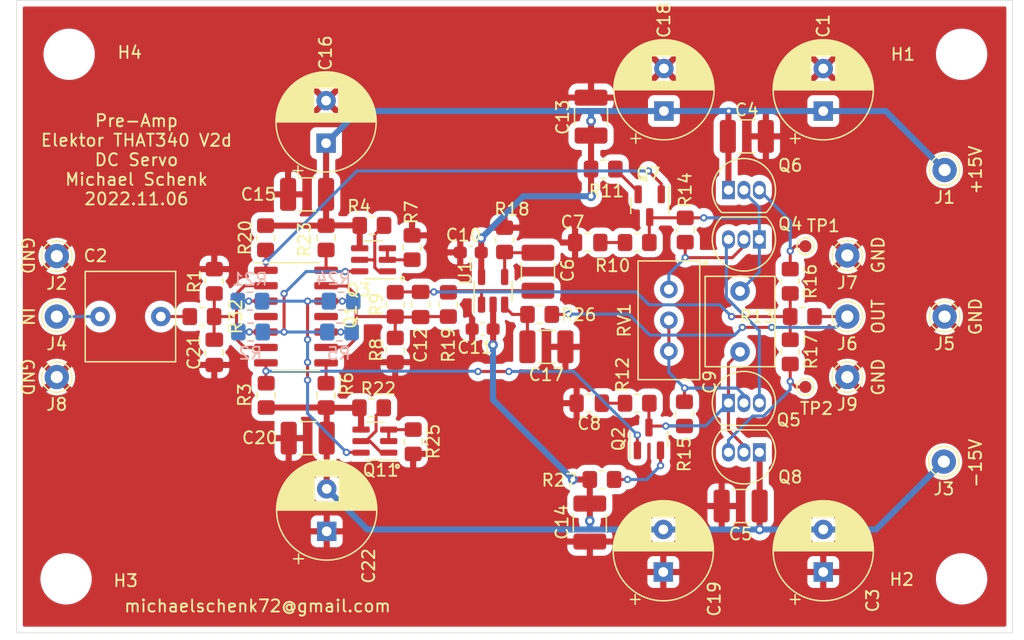
<source format=kicad_pcb>
(kicad_pcb (version 20211014) (generator pcbnew)
  (layers (0 "F.Cu" signal) (31 "B.Cu" signal) (34 "B.Paste" user) (35 "F.Paste" user) (36 "B.SilkS" user "B.Silkscreen") (37 "F.SilkS" user "F.Silkscreen") (38 "B.Mask" user) (39 "F.Mask" user) (44 "Edge.Cuts" user))
  (net 0 "")
  (net 1 "GND")
  (net 2 "+15V")
  (net 3 "Net-(C2-Pad2)")
  (net 4 "Net-(C2-Pad1)")
  (net 5 "-15V")
  (net 6 "Net-(C7-Pad2)")
  (net 7 "Net-(Q2-Pad2)")
  (net 8 "Net-(Q7-Pad2)")
  (net 9 "Net-(C12-Pad2)")
  (net 10 "Net-(C12-Pad1)")
  (net 11 "Net-(Q11-Pad1)")
  (net 12 "Net-(Q11-Pad6)")
  (net 13 "Net-(Q11-Pad2)")
  (net 14 "Net-(Q7-Pad1)")
  (net 15 "Net-(R21-Pad1)")
  (net 16 "Net-(R2-Pad2)")
  (net 17 "Net-(Q3-Pad6)")
  (net 18 "Net-(Q3-Pad1)")
  (net 19 "Net-(Q3-Pad2)")
  (net 20 "Net-(C8-Pad1)")
  (net 21 "Net-(C9-Pad2)")
  (net 22 "Net-(C9-Pad1)")
  (net 23 "Net-(Q4-Pad3)")
  (net 24 "Net-(Q4-Pad2)")
  (net 25 "Net-(Q5-Pad2)")
  (net 26 "Net-(Q6-Pad3)")
  (net 27 "Net-(Q2-Pad1)")
  (net 28 "Net-(Q8-Pad3)")
  (net 29 "Net-(C21-Pad2)")
  (net 30 "Net-(C6-Pad2)")
  (net 31 "DCSERVO_OUT")
  (net 32 "Net-(C17-Pad2)")
  (net 33 "DCSERVO_IN")
  (net 34 "Net-(R6-Pad1)")
  (net 35 "Net-(R5-Pad2)")
  (net 36 "Net-(R24-Pad1)")
  (net 37 "Net-(R23-Pad2)")
  (footprint "Capacitor_THT:CP_Radial_D8.0mm_P3.50mm" (layer "F.Cu") (at 188.2648 105.0036 90)
    (fp_text reference "C1")
    (fp_text value "220uF")
  )
  (footprint "Capacitor_THT:C_Rect_L7.2mm_W7.2mm_P5.00mm_FKS2_FKP2_MKS2_MKP2" (layer "F.Cu") (at 133.778 121.92 180)
    (fp_text reference "C2")
    (fp_text value "3.3uF")
  )
  (footprint "Capacitor_SMD:C_1210_3225Metric_Pad1.33x2.70mm_HandSolder" (layer "F.Cu") (at 181.4699 137.5156 180)
    (fp_text reference "C5")
    (fp_text value "100nF")
  )
  (footprint "Connector_Pin:Pin_D1.0mm_L10.0mm" (layer "F.Cu") (at 125.222 116.9416)
    (fp_text reference "J2")
    (fp_text value "Conn_01x01")
  )
  (footprint "Connector_Pin:Pin_D1.0mm_L10.0mm" (layer "F.Cu") (at 125.222 121.92)
    (fp_text reference "J4")
    (fp_text value "Conn_01x01")
  )
  (footprint "Package_TO_SOT_SMD:SOT-23" (layer "F.Cu") (at 173.99 112.792 -90)
    (fp_text reference "Q7")
    (fp_text value "BC860C")
  )
  (footprint "Resistor_SMD:R_0805_2012Metric_Pad1.20x1.40mm_HandSolder" (layer "F.Cu") (at 138.176 119.015 90)
    (fp_text reference "R1")
    (fp_text value "10k")
  )
  (footprint "Resistor_SMD:R_0805_2012Metric_Pad1.20x1.40mm_HandSolder" (layer "F.Cu") (at 142.4432 128.4064 -90)
    (fp_text reference "R3")
    (fp_text value "806R")
  )
  (footprint "Resistor_SMD:R_0805_2012Metric_Pad1.20x1.40mm_HandSolder" (layer "F.Cu") (at 151.1369 114.4168)
    (fp_text reference "R4")
    (fp_text value "140R")
  )
  (footprint "Resistor_SMD:R_0805_2012Metric_Pad1.20x1.40mm_HandSolder" (layer "F.Cu") (at 147.3708 128.4064 -90)
    (fp_text reference "R6")
    (fp_text value "806R")
  )
  (footprint "Resistor_SMD:R_0805_2012Metric_Pad1.20x1.40mm_HandSolder" (layer "F.Cu") (at 153.0604 120.92 -90)
    (fp_text reference "R9")
    (fp_text value "22k")
  )
  (footprint "MountingHole:MountingHole_3.2mm_M3" (layer "F.Cu") (at 199.644 143.51)
    (fp_text reference "H2")
    (fp_text value "MountingHole")
  )
  (footprint "MountingHole:MountingHole_3.2mm_M3" (layer "F.Cu") (at 199.644 100.33)
    (fp_text reference "H1")
    (fp_text value "MountingHole")
  )
  (footprint "Resistor_SMD:R_0805_2012Metric_Pad1.20x1.40mm_HandSolder" (layer "F.Cu") (at 170.164 109.7788)
    (fp_text reference "R11")
    (fp_text value "249R")
  )
  (footprint "MountingHole:MountingHole_3.2mm_M3" (layer "F.Cu") (at 126.238 100.33)
    (fp_text reference "H4")
    (fp_text value "MountingHole")
  )
  (footprint "Resistor_SMD:R_0805_2012Metric_Pad1.20x1.40mm_HandSolder" (layer "F.Cu") (at 153.0604 124.6773 -90)
    (fp_text reference "R8")
    (fp_text value "10k")
  )
  (footprint "Capacitor_SMD:C_0805_2012Metric_Pad1.18x1.45mm_HandSolder" (layer "F.Cu") (at 155.1432 120.9255 -90)
    (fp_text reference "C12")
    (fp_text value "4.7pF")
  )
  (footprint "Capacitor_SMD:C_1210_3225Metric_Pad1.33x2.70mm_HandSolder" (layer "F.Cu") (at 169.0624 138.8749 -90)
    (fp_text reference "C14")
    (fp_text value "100nF")
  )
  (footprint "Resistor_SMD:R_0805_2012Metric_Pad1.20x1.40mm_HandSolder" (layer "F.Cu") (at 154.4422 116.2362 90)
    (fp_text reference "R7")
    (fp_text value "10k")
  )
  (footprint "Connector_Pin:Pin_D1.0mm_L10.0mm" (layer "F.Cu") (at 190.246 121.92)
    (fp_text reference "J6")
    (fp_text value "Conn_01x01")
  )
  (footprint "Connector_Pin:Pin_D1.0mm_L10.0mm" (layer "F.Cu") (at 190.246 116.8908)
    (fp_text reference "J7")
    (fp_text value "Conn_01x01")
  )
  (footprint "Resistor_SMD:R_0805_2012Metric_Pad1.20x1.40mm_HandSolder" (layer "F.Cu") (at 142.3924 115.4336 -90)
    (fp_text reference "R20")
    (fp_text value "806R")
  )
  (footprint "Resistor_SMD:R_0805_2012Metric_Pad1.20x1.40mm_HandSolder" (layer "F.Cu") (at 151.114 129.4318 180)
    (fp_text reference "R22")
    (fp_text value "140R")
  )
  (footprint "Resistor_SMD:R_0805_2012Metric_Pad1.20x1.40mm_HandSolder" (layer "F.Cu") (at 147.3708 115.4336 -90)
    (fp_text reference "R23")
    (fp_text value "806R")
  )
  (footprint "Resistor_SMD:R_0805_2012Metric_Pad1.20x1.40mm_HandSolder" (layer "F.Cu") (at 154.5336 132.2235 90)
    (fp_text reference "R25")
    (fp_text value "10k")
  )
  (footprint "Resistor_SMD:R_0805_2012Metric_Pad1.20x1.40mm_HandSolder" (layer "F.Cu") (at 170.0624 135.3312 180)
    (fp_text reference "R27")
    (fp_text value "249R")
  )
  (footprint "Connector_Pin:Pin_D1.0mm_L10.0mm" (layer "F.Cu") (at 198.247 109.855)
    (fp_text reference "J1")
    (fp_text value "Conn_01x01")
  )
  (footprint "Connector_Pin:Pin_D1.0mm_L10.0mm" (layer "F.Cu") (at 198.1835 133.858)
    (fp_text reference "J3")
    (fp_text value "Conn_01x01")
  )
  (footprint "Connector_Pin:Pin_D1.0mm_L10.0mm" (layer "F.Cu") (at 198.247 121.92)
    (fp_text reference "J5")
    (fp_text value "Conn_01x01")
  )
  (footprint "Capacitor_THT:CP_Radial_D8.0mm_P3.50mm" (layer "F.Cu") (at 175.1584 105 90)
    (fp_text reference "C18")
    (fp_text value "220uF")
  )
  (footprint "Capacitor_THT:CP_Radial_D8.0mm_P3.50mm" (layer "F.Cu") (at 175.1076 142.946 90)
    (fp_text reference "C19")
    (fp_text value "220uF")
  )
  (footprint "Resistor_SMD:R_0805_2012Metric_Pad1.20x1.40mm_HandSolder" (layer "F.Cu") (at 186.547 121.92 180)
    (fp_text reference "R13")
    (fp_text value "47R")
  )
  (footprint "Package_SO:SC-74-6_1.5x2.9mm_P0.95mm" (layer "F.Cu") (at 151.2744 117.2464 180)
    (fp_text reference "Q3")
    (fp_text value "BCM857DS,115")
  )
  (footprint "Package_SO:SC-74-6_1.5x2.9mm_P0.95mm" (layer "F.Cu") (at 151.3848 132.1709 180)
    (fp_text reference "Q11")
    (fp_text value "BCM847DS,115")
  )
  (footprint "Capacitor_SMD:C_1210_3225Metric_Pad1.33x2.70mm_HandSolder" (layer "F.Cu") (at 169.164 105.4608 -90)
    (fp_text reference "C13")
    (fp_text value "100nF")
  )
  (footprint "Package_SO:SOIC-14_3.9x8.7mm_P1.27mm" (layer "F.Cu") (at 144.894537 121.92)
    (fp_text reference "Q1")
    (fp_text value "THAT340")
  )
  (footprint "Capacitor_SMD:C_0805_2012Metric_Pad1.18x1.45mm_HandSolder" (layer "F.Cu") (at 168.8885 115.824)
    (fp_text reference "C7")
    (fp_text value "150p")
  )
  (footprint "Capacitor_SMD:C_0805_2012Metric_Pad1.18x1.45mm_HandSolder" (layer "F.Cu") (at 169.0155 129.0513 180)
    (fp_text reference "C8")
    (fp_text value "150p")
  )
  (footprint "Capacitor_THT:C_Rect_L7.2mm_W5.5mm_P5.00mm_FKS2_FKP2_MKS2_MKP2" (layer "F.Cu") (at 181.4195 124.8245 90)
    (fp_text reference "C9")
    (fp_text value "1uF")
  )
  (footprint "Package_TO_SOT_SMD:SOT-23" (layer "F.Cu") (at 173.9265 131.9944 90)
    (fp_text reference "Q2")
    (fp_text value "BC850C")
  )
  (footprint "Package_TO_SOT_THT:TO-92_Inline" (layer "F.Cu") (at 183.007 115.57 180)
    (fp_text reference "Q4")
    (fp_text value "BC550C")
  )
  (footprint "Package_TO_SOT_THT:TO-92_Inline" (layer "F.Cu") (at 180.467 129.032)
    (fp_text reference "Q5")
    (fp_text value "BC560C")
  )
  (footprint "Package_TO_SOT_THT:TO-92_Inline" (layer "F.Cu") (at 180.467 111.506)
    (fp_text reference "Q6")
    (fp_text value "BC337-40")
  )
  (footprint "Package_TO_SOT_THT:TO-92_Inline" (layer "F.Cu") (at 183.007 133.096 180)
    (fp_text reference "Q8")
    (fp_text value "BC327-40")
  )
  (footprint "Resistor_SMD:R_0805_2012Metric_Pad1.20x1.40mm_HandSolder" (layer "F.Cu") (at 172.958 115.824 180)
    (fp_text reference "R10")
    (fp_text value "10k")
  )
  (footprint "Resistor_SMD:R_0805_2012Metric_Pad1.20x1.40mm_HandSolder" (layer "F.Cu") (at 172.958 129.0513)
    (fp_text reference "R12")
    (fp_text value "10k")
  )
  (footprint "Resistor_SMD:R_0805_2012Metric_Pad1.20x1.40mm_HandSolder" (layer "F.Cu") (at 176.911 114.792 -90)
    (fp_text reference "R14")
    (fp_text value "390R")
  )
  (footprint "Resistor_SMD:R_0805_2012Metric_Pad1.20x1.40mm_HandSolder" (layer "F.Cu") (at 176.8475 129.9309 -90)
    (fp_text reference "R15")
    (fp_text value "390R")
  )
  (footprint "Resistor_SMD:R_0805_2012Metric_Pad1.20x1.40mm_HandSolder" (layer "F.Cu") (at 185.547 119.015 -90)
    (fp_text reference "R16")
    (fp_text value "10R")
  )
  (footprint "Resistor_SMD:R_0805_2012Metric_Pad1.20x1.40mm_HandSolder" (layer "F.Cu") (at 185.547 124.825 -90)
    (fp_text reference "R17")
    (fp_text value "10R")
  )
  (footprint "Potentiometer_THT:Potentiometer_Bourns_3296W_Vertical" (layer "F.Cu") (at 175.5648 119.6848 90)
    (fp_text reference "RV1")
    (fp_text value "10k")
  )
  (footprint "MountingHole:MountingHole_3.2mm_M3" (layer "F.Cu") (at 125.984 143.51)
    (fp_text reference "H3")
    (fp_text value "MountingHole")
  )
  (footprint "Capacitor_SMD:C_1210_3225Metric_Pad1.33x2.70mm_HandSolder" (layer "F.Cu") (at 181.9779 107.0864 180)
    (fp_text reference "C4")
    (fp_text value "100nF")
  )
  (footprint "Capacitor_THT:CP_Radial_D8.0mm_P3.50mm" (layer "F.Cu") (at 188.2648 142.946 90)
    (fp_text reference "C3")
    (fp_text value "220uF")
  )
  (footprint "Capacitor_SMD:C_0805_2012Metric_Pad1.18x1.45mm_HandSolder" (layer "F.Cu") (at 138.176 124.8625 90)
    (fp_text reference "C21")
    (fp_text value "33p")
  )
  (footprint "Resistor_SMD:R_0805_2012Metric_Pad1.20x1.40mm_HandSolder" (layer "F.Cu") (at 137.16 121.92 180)
    (fp_text reference "R32")
    (fp_text value "470R")
  )
  (footprint "Capacitor_SMD:C_1210_3225Metric_Pad1.33x2.70mm_HandSolder" (layer "F.Cu") (at 164.7952 118.2258 90)
    (fp_text reference "C6")
    (fp_text value "1uF/16V")
  )
  (footprint "Capacitor_SMD:C_0603_1608Metric_Pad1.08x0.95mm_HandSolder" (layer "F.Cu") (at 159.27028 116.6387)
    (fp_text reference "C10")
    (fp_text value "100nF")
  )
  (footprint "Capacitor_SMD:C_0603_1608Metric_Pad1.08x0.95mm_HandSolder" (layer "F.Cu") (at 160.24818 122.9506)
    (fp_text reference "C11")
    (fp_text value "100nF")
  )
  (footprint "Capacitor_SMD:C_1210_3225Metric_Pad1.33x2.70mm_HandSolder" (layer "F.Cu") (at 165.4941 124.4092 180)
    (fp_text reference "C17")
    (fp_text value "1uF/16V")
  )
  (footprint "Resistor_SMD:R_0805_2012Metric_Pad1.20x1.40mm_HandSolder" (layer "F.Cu") (at 162.052 115.6006 90)
    (fp_text reference "R18")
    (fp_text value "160k")
  )
  (footprint "Resistor_SMD:R_0805_2012Metric_Pad1.20x1.40mm_HandSolder" (layer "F.Cu") (at 157.4292 120.92 -90)
    (fp_text reference "R19")
    (fp_text value "10k")
  )
  (footprint "Resistor_SMD:R_0805_2012Metric_Pad1.20x1.40mm_HandSolder" (layer "F.Cu") (at 164.93668 121.7441 180)
    (fp_text reference "R26")
    (fp_text value "160k")
  )
  (footprint "Package_TO_SOT_SMD:TSOT-23-5" (layer "F.Cu") (at 161.10818 119.7991 90)
    (fp_text reference "U1")
    (fp_text value "OPA188xxDBV")
  )
  (footprint "Capacitor_SMD:C_1210_3225Metric_Pad1.33x2.70mm_HandSolder" (layer "F.Cu") (at 145.8591 131.9276 180)
    (fp_text reference "C20")
    (fp_text value "100nF")
  )
  (footprint "TestPoint:TestPoint_Pad_D1.0mm" (layer "F.Cu") (at 186.7916 127.7112)
    (fp_text reference "TP2")
    (fp_text value "TestPoint")
  )
  (footprint "Capacitor_THT:CP_Radial_D8.0mm_P3.50mm" (layer "F.Cu") (at 147.4216 139.5984 90)
    (fp_text reference "C22")
    (fp_text value "220uF")
  )
  (footprint "Capacitor_SMD:C_1210_3225Metric_Pad1.33x2.70mm_HandSolder" (layer "F.Cu") (at 145.8083 111.8616)
    (fp_text reference "C15")
    (fp_text value "100nF")
  )
  (footprint "Connector_Pin:Pin_D1.0mm_L10.0mm" (layer "F.Cu") (at 125.222 126.8984)
    (fp_text reference "J8")
    (fp_text value "Conn_01x01")
  )
  (footprint "TestPoint:TestPoint_Pad_D1.0mm" (layer "F.Cu") (at 186.7916 116.1288)
    (fp_text reference "TP1")
    (fp_text value "TestPoint")
  )
  (footprint "Connector_Pin:Pin_D1.0mm_L10.0mm" (layer "F.Cu") (at 190.246 126.8984)
    (fp_text reference "J9")
    (fp_text value "Conn_01x01")
  )
  (footprint "Capacitor_THT:CP_Radial_D8.0mm_P3.50mm" (layer "F.Cu") (at 147.3708 107.6452 90)
    (fp_text reference "C16")
    (fp_text value "220uF")
  )
  (footprint "Resistor_SMD:R_0805_2012Metric_Pad1.20x1.40mm_HandSolder" (layer "B.Cu") (at 141.1572 123.19 180)
    (fp_text reference "R2")
    (fp_text value "80.6R")
  )
  (footprint "Resistor_SMD:R_0805_2012Metric_Pad1.20x1.40mm_HandSolder" (layer "B.Cu") (at 148.4724 123.19)
    (fp_text reference "R5")
    (fp_text value "80.6R")
  )
  (footprint "Resistor_SMD:R_0805_2012Metric_Pad1.20x1.40mm_HandSolder" (layer "B.Cu") (at 141.1064 120.65)
    (fp_text reference "R21")
    (fp_text value "80.6R")
  )
  (footprint "Resistor_SMD:R_0805_2012Metric_Pad1.20x1.40mm_HandSolder" (layer "B.Cu") (at 148.606 120.65 180)
    (fp_text reference "R24")
    (fp_text value "80.6R")
  )
  (gr_line (start 203.835 95.885) (end 121.92 95.885) (layer "Edge.Cuts") (width 0.05))
  (gr_line (start 203.835 147.955) (end 203.835 95.885) (layer "Edge.Cuts") (width 0.05))
  (gr_line (start 121.92 147.955) (end 203.835 147.955) (layer "Edge.Cuts") (width 0.05))
  (gr_line (start 121.92 96.52) (end 121.92 147.955) (layer "Edge.Cuts") (width 0.05))
  (gr_line (start 121.92 95.885) (end 121.92 96.52) (layer "Edge.Cuts") (width 0.05))
  (gr_text "GND" (at 192.786 116.84 90) (layer "F.SilkS") (effects (font (size 1 1))))
  (gr_text "OUT" (at 192.786 121.92 90) (layer "F.SilkS") (effects (font (size 1 1))))
  (gr_text "michaelschenk72@gmail.com" (at 141.732 145.7452) (layer "F.SilkS") (effects (font (size 1 1))))
  (gr_text "GND" (at 200.787 121.92 90) (layer "F.SilkS") (effects (font (size 1 1))))
  (gr_text "+15V" (at 200.787 109.855 90) (layer "F.SilkS") (effects (font (size 1 1))))
  (gr_text "-15V" (at 200.787 133.985 90) (layer "F.SilkS") (effects (font (size 1 1))))
  (gr_text "Pre-Amp\nElektor THAT340 V2d\nDC Servo\nMichael Schenk\n2022.11.06" (at 131.7752 109.0168) (layer "F.SilkS") (effects (font (size 1 1))))
  (gr_text "°" (at 153.2348 133.8448 180) (layer "F.SilkS") (effects (font (size 1 1))))
  (gr_text "IN" (at 122.809 121.92 270) (layer "F.SilkS") (effects (font (size 1 1))))
  (gr_text "GND" (at 192.786 126.8984 90) (layer "F.SilkS") (effects (font (size 1 1))))
  (gr_text "GND" (at 122.809 116.8908 270) (layer "F.SilkS") (effects (font (size 1 1))))
  (gr_text "GND" (at 122.809 126.8984 270) (layer "F.SilkS") (effects (font (size 1 1))))
  (gr_text "°" (at 178.562 117.9068) (layer "F.SilkS") (effects (font (size 1 1))))
  (gr_text "°" (at 153.6446 119.1768) (layer "F.SilkS") (effects (font (size 1 1))))
  (segment (start 150.1369 114.4168) (end 147.3876 114.4168) (width 0.5) (layer "F.Cu") (net 2))
  (segment (start 160.13278 116.6387) (end 160.13278 115.4703) (width 0.5) (layer "F.Cu") (net 2))
  (segment (start 147.3876 114.4168) (end 147.3708 114.4336) (width 0.5) (layer "F.Cu") (net 2))
  (segment (start 142.3924 114.4336) (end 147.3708 114.4336) (width 0.5) (layer "F.Cu") (net 2))
  (segment (start 180.467 111.506) (end 180.467 107.061) (width 0.5) (layer "F.Cu") (net 2))
  (segment (start 147.3708 111.8616) (end 147.3708 114.4336) (width 0.5) (layer "F.Cu") (net 2))
  (segment (start 147.3708 107.6452) (end 147.3708 111.8616) (width 0.5) (layer "F.Cu") (net 2))
  (segment (start 169.164 107.0233) (end 169.164 105.8164) (width 0.5) (layer "F.Cu") (net 2))
  (segment (start 150.1369 114.4168) (end 150.1369 116.2964) (width 0.5) (layer "F.Cu") (net 2))
  (segment (start 169.164 107.0233) (end 169.164 109.7788) (width 0.5) (layer "F.Cu") (net 2))
  (segment (start 180.467 105.0218) (end 180.4888 105) (width 0.5) (layer "F.Cu") (net 2))
  (segment (start 180.467 107.061) (end 180.467 105.0218) (width 0.5) (layer "F.Cu") (net 2))
  (segment (start 169.164 109.7788) (end 169.164 112.014) (width 0.5) (layer "F.Cu") (net 2))
  (segment (start 160.13278 116.6387) (end 160.13278 118.4637) (width 0.5) (layer "F.Cu") (net 2))
  (via (at 169.164 105.8164) (size 0.8) (drill 0.4) (layers "F.Cu" "B.Cu") (net 2))
  (via (at 180.4888 105) (size 0.6) (drill 0.3) (layers "F.Cu" "B.Cu") (net 2))
  (via (at 169.164 112.014) (size 0.8) (drill 0.4) (layers "F.Cu" "B.Cu") (net 2))
  (via (at 160.13278 115.4703) (size 0.8) (drill 0.4) (layers "F.Cu" "B.Cu") (net 2))
  (segment (start 198.247 109.855) (end 193.3956 105.0036) (width 0.5) (layer "B.Cu") (net 2))
  (segment (start 150.016 105) (end 147.3708 107.6452) (width 0.5) (layer "B.Cu") (net 2))
  (segment (start 180.4888 105) (end 175.1584 105) (width 0.5) (layer "B.Cu") (net 2))
  (segment (start 193.3956 105.0036) (end 188 105.0036) (width 0.5) (layer "B.Cu") (net 2))
  (segment (start 169.008 105) (end 150.016 105) (width 0.5) (layer "B.Cu") (net 2))
  (segment (start 169.164 112.014) (end 163.58908 112.014) (width 0.5) (layer "B.Cu") (net 2))
  (segment (start 169.164 105.156) (end 169.008 105) (width 0.5) (layer "B.Cu") (net 2))
  (segment (start 180.4888 105) (end 187.9964 105) (width 0.5) (layer "B.Cu") (net 2))
  (segment (start 169.164 105.8164) (end 169.164 105.156) (width 0.5) (layer "B.Cu") (net 2))
  (segment (start 163.58908 112.014) (end 160.13278 115.4703) (width 0.5) (layer "B.Cu") (net 2))
  (segment (start 175.1584 105) (end 169.008 105) (width 0.5) (layer "B.Cu") (net 2))
  (segment (start 125.222 121.92) (end 128.778 121.92) (width 0.25) (layer "B.Cu") (net 3))
  (segment (start 133.778 121.92) (end 136.16 121.92) (width 0.25) (layer "F.Cu") (net 4))
  (segment (start 169.0624 137.3124) (end 169.0624 138.7348) (width 0.5) (layer "F.Cu") (net 5))
  (segment (start 142.4432 129.4064) (end 147.3708 129.4064) (width 0.5) (layer "F.Cu") (net 5))
  (segment (start 147.4216 129.4572) (end 147.3708 129.4064) (width 0.5) (layer "F.Cu") (net 5))
  (segment (start 183.0324 137.5156) (end 183.0324 139.446) (width 0.5) (layer "F.Cu") (net 5))
  (segment (start 150.2473 131.2209) (end 150.2473 129.5651) (width 0.5) (layer "F.Cu") (net 5))
  (segment (start 147.4216 136.0984) (end 147.4216 131.9276) (width 0.5) (layer "F.Cu") (net 5))
  (segment (start 147.3962 129.4318) (end 147.3708 129.4064) (width 0.5) (layer "F.Cu") (net 5))
  (segment (start 150.114 129.4318) (end 147.3962 129.4318) (width 0.5) (layer "F.Cu") (net 5))
  (segment (start 161.11068 122.9506) (end 161.11068 121.1116) (width 0.5) (layer "F.Cu") (net 5))
  (segment (start 161.11068 124.246) (end 161.09798 124.2587) (width 0.5) (layer "F.Cu") (net 5))
  (segment (start 161.11068 122.9506) (end 161.11068 124.246) (width 0.5) (layer "F.Cu") (net 5))
  (segment (start 150.2473 129.5651) (end 150.114 129.4318) (width 0.5) (layer "F.Cu") (net 5))
  (segment (start 169.0624 135.3312) (end 167.6654 135.3312) (width 0.5) (layer "F.Cu") (net 5))
  (segment (start 169.0624 137.3124) (end 169.0624 135.3312) (width 0.5) (layer "F.Cu") (net 5))
  (segment (start 147.4216 131.9276) (end 147.4216 129.4572) (width 0.5) (layer "F.Cu") (net 5))
  (segment (start 183.0324 137.5156) (end 183.0324 133.1214) (width 0.5) (layer "F.Cu") (net 5))
  (segment (start 150.2362 131.2098) (end 150.2473 131.2209) (width 0.5) (layer "F.Cu") (net 5))
  (via (at 161.09798 124.2587) (size 0.8) (drill 0.4) (layers "F.Cu" "B.Cu") (net 5))
  (via (at 183.0324 139.446) (size 0.8) (drill 0.4) (layers "F.Cu" "B.Cu") (net 5))
  (via (at 169.0624 138.7348) (size 0.8) (drill 0.4) (layers "F.Cu" "B.Cu") (net 5))
  (via (at 167.6654 135.3312) (size 0.8) (drill 0.4) (layers "F.Cu" "B.Cu") (net 5))
  (segment (start 169.0624 138.7348) (end 169.0624 139.446) (width 0.5) (layer "B.Cu") (net 5))
  (segment (start 161.09798 124.2587) (end 161.09798 128.76378) (width 0.5) (layer "B.Cu") (net 5))
  (segment (start 175.1076 139.446) (end 169.0624 139.446) (width 0.5) (layer "B.Cu") (net 5))
  (segment (start 188.2648 139.446) (end 183.0324 139.446) (width 0.5) (layer "B.Cu") (net 5))
  (segment (start 150.7692 139.446) (end 147.4216 136.0984) (width 0.5) (layer "B.Cu") (net 5))
  (segment (start 183.0324 139.446) (end 175.1076 139.446) (width 0.5) (layer "B.Cu") (net 5))
  (segment (start 161.09798 128.76378) (end 167.6654 135.3312) (width 0.5) (layer "B.Cu") (net 5))
  (segment (start 192.5955 139.446) (end 198.1835 133.858) (width 0.5) (layer "B.Cu") (net 5))
  (segment (start 188.2648 139.446) (end 192.5955 139.446) (width 0.5) (layer "B.Cu") (net 5))
  (segment (start 169.0624 139.446) (end 150.7692 139.446) (width 0.5) (layer "B.Cu") (net 5))
  (segment (start 171.958 115.824) (end 169.926 115.824) (width 0.25) (layer "F.Cu") (net 6))
  (segment (start 174.879 132.9344) (end 174.8765 132.9319) (width 0.25) (layer "F.Cu") (net 7))
  (segment (start 174.879 134.1882) (end 174.879 132.9344) (width 0.25) (layer "F.Cu") (net 7))
  (segment (start 171.0624 135.3312) (end 172.1612 135.3312) (width 0.25) (layer "F.Cu") (net 7))
  (via (at 174.879 134.1882) (size 0.6) (drill 0.3) (layers "F.Cu" "B.Cu") (net 7))
  (via (at 172.1612 135.3312) (size 0.6) (drill 0.3) (layers "F.Cu" "B.Cu") (net 7))
  (segment (start 173.736 135.3312) (end 174.879 134.1882) (width 0.25) (layer "B.Cu") (net 7))
  (segment (start 172.1612 135.3312) (end 173.736 135.3312) (width 0.25) (layer "B.Cu") (net 7))
  (segment (start 173.04 111.6548) (end 171.164 109.7788) (width 0.25) (layer "F.Cu") (net 8))
  (segment (start 153.1034 121.963) (end 153.0604 121.92) (width 0.25) (layer "F.Cu") (net 9))
  (segment (start 149.86 121.92) (end 149.8346 121.8946) (width 0.25) (layer "F.Cu") (net 9))
  (segment (start 149.0726 119.4054) (end 147.4328 119.4054) (width 0.25) (layer "F.Cu") (net 9))
  (segment (start 147.382 124.4346) (end 149.1234 124.4346) (width 0.25) (layer "F.Cu") (net 9))
  (segment (start 155.1432 121.963) (end 153.1034 121.963) (width 0.25) (layer "F.Cu") (net 9))
  (segment (start 149.8346 121.8946) (end 149.8346 120.1674) (width 0.25) (layer "F.Cu") (net 9))
  (segment (start 149.8346 123.7234) (end 149.8346 121.8946) (width 0.25) (layer "F.Cu") (net 9))
  (segment (start 153.0604 123.6773) (end 153.0604 121.92) (width 0.25) (layer "F.Cu") (net 9))
  (segment (start 149.1234 124.4346) (end 149.8346 123.7234) (width 0.25) (layer "F.Cu") (net 9))
  (segment (start 157.4292 121.92) (end 155.1862 121.92) (width 0.25) (layer "F.Cu") (net 9))
  (segment (start 153.0604 121.92) (end 149.86 121.92) (width 0.25) (layer "F.Cu") (net 9))
  (segment (start 149.8346 120.1674) (end 149.0726 119.4054) (width 0.25) (layer "F.Cu") (net 9))
  (segment (start 185.547 123.825) (end 185.547 121.92) (width 0.25) (layer "F.Cu") (net 10))
  (segment (start 185.547 121.92) (end 185.547 120.015) (width 0.25) (layer "F.Cu") (net 10))
  (segment (start 155.1432 119.888) (end 153.0604 119.888) (width 0.25) (layer "F.Cu") (net 10))
  (segment (start 156.2297 119.888) (end 155.1432 119.888) (width 0.25) (layer "F.Cu") (net 10))
  (segment (start 180.721 121.92) (end 185.547 121.92) (width 0.25) (layer "F.Cu") (net 10))
  (via (at 156.2297 119.888) (size 0.6) (drill 0.3) (layers "F.Cu" "B.Cu") (net 10))
  (via (at 180.721 121.92) (size 0.6) (drill 0.3) (layers "F.Cu" "B.Cu") (net 10))
  (segment (start 172.8724 119.888) (end 173.9392 120.9548) (width 0.25) (layer "B.Cu") (net 10))
  (segment (start 173.9392 120.9548) (end 179.7558 120.9548) (width 0.25) (layer "B.Cu") (net 10))
  (segment (start 179.7558 120.9548) (end 180.721 121.92) (width 0.25) (layer "B.Cu") (net 10))
  (segment (start 156.2297 119.888) (end 172.8724 119.888) (width 0.25) (layer "B.Cu") (net 10))
  (segment (start 151.9098 133.1209) (end 152.5223 133.1209) (width 0.25) (layer "F.Cu") (net 11))
  (segment (start 151.4848 131.332296) (end 151.4848 130.061) (width 0.25) (layer "F.Cu") (net 11))
  (segment (start 150.9598 132.1709) (end 151.9098 133.1209) (width 0.25) (layer "F.Cu") (net 11))
  (segment (start 151.4848 130.061) (end 152.114 129.4318) (width 0.25) (layer "F.Cu") (net 11))
  (segment (start 150.2473 132.1709) (end 150.9598 132.1709) (width 0.25) (layer "F.Cu") (net 11))
  (segment (start 150.646196 132.1709) (end 151.4848 131.332296) (width 0.25) (layer "F.Cu") (net 11))
  (segment (start 150.2473 132.1709) (end 150.646196 132.1709) (width 0.25) (layer "F.Cu") (net 11))
  (segment (start 145.8468 125.6792) (end 145.8468 127.1524) (width 0.25) (layer "F.Cu") (net 12))
  (segment (start 145.8468 120.65) (end 145.8468 123.8145) (width 0.25) (layer "F.Cu") (net 12))
  (segment (start 149.0472 133.096) (end 150.2224 133.096) (width 0.25) (layer "F.Cu") (net 12))
  (segment (start 150.2224 133.096) (end 150.2473 133.1209) (width 0.25) (layer "F.Cu") (net 12))
  (via (at 145.8468 125.6792) (size 0.6) (drill 0.3) (layers "F.Cu" "B.Cu") (net 12))
  (via (at 149.0472 133.096) (size 0.6) (drill 0.3) (layers "F.Cu" "B.Cu") (net 12))
  (via (at 145.8468 120.65) (size 0.6) (drill 0.3) (layers "F.Cu" "B.Cu") (net 12))
  (via (at 145.8468 123.8145) (size 0.6) (drill 0.3) (layers "F.Cu" "B.Cu") (net 12))
  (via (at 145.8468 127.1524) (size 0.6) (drill 0.3) (layers "F.Cu" "B.Cu") (net 12))
  (segment (start 145.8468 129.8956) (end 149.0472 133.096) (width 0.25) (layer "B.Cu") (net 12))
  (segment (start 145.8468 120.65) (end 142.1064 120.65) (width 0.25) (layer "B.Cu") (net 12))
  (segment (start 145.8468 127.1524) (end 145.8468 129.8956) (width 0.25) (layer "B.Cu") (net 12))
  (segment (start 145.8468 123.8145) (end 145.8468 125.6792) (width 0.25) (layer "B.Cu") (net 12))
  (segment (start 147.606 120.65) (end 145.8468 120.65) (width 0.25) (layer "B.Cu") (net 12))
  (segment (start 152.5223 132.1709) (end 152.5223 131.2209) (width 0.25) (layer "F.Cu") (net 13))
  (segment (start 152.5249 131.2235) (end 152.5223 131.2209) (width 0.25) (layer "F.Cu") (net 13))
  (segment (start 154.5336 131.2235) (end 152.5249 131.2235) (width 0.25) (layer "F.Cu") (net 13))
  (segment (start 174.94 111.8545) (end 174.94 110.9828) (width 0.25) (layer "F.Cu") (net 14))
  (segment (start 142.419537 117.422463) (end 142.419537 116.460737) (width 0.25) (layer "F.Cu") (net 14))
  (segment (start 174.94 110.9828) (end 173.8884 109.9312) (width 0.25) (layer "F.Cu") (net 14))
  (segment (start 142.419537 118.11) (end 142.419537 117.422463) (width 0.25) (layer "F.Cu") (net 14))
  (via (at 173.8884 109.9312) (size 0.6) (drill 0.3) (layers "F.Cu" "B.Cu") (net 14))
  (via (at 142.419537 117.422463) (size 0.6) (drill 0.3) (layers "F.Cu" "B.Cu") (net 14))
  (segment (start 173.8884 109.9312) (end 149.9108 109.9312) (width 0.25) (layer "B.Cu") (net 14))
  (segment (start 149.9108 109.9312) (end 142.419537 117.422463) (width 0.25) (layer "B.Cu") (net 14))
  (segment (start 142.419537 120.65) (end 141.0069 120.65) (width 0.25) (layer "F.Cu") (net 15))
  (via (at 141.0069 120.65) (size 0.6) (drill 0.3) (layers "F.Cu" "B.Cu") (net 15))
  (segment (start 141.0069 120.65) (end 140.1064 120.65) (width 0.25) (layer "B.Cu") (net 15))
  (segment (start 142.419537 123.19) (end 141.0577 123.19) (width 0.25) (layer "F.Cu") (net 16))
  (via (at 141.0577 123.19) (size 0.6) (drill 0.3) (layers "F.Cu" "B.Cu") (net 16))
  (segment (start 141.0577 123.19) (end 140.1572 123.19) (width 0.25) (layer "B.Cu") (net 16))
  (segment (start 143.9164 123.19) (end 143.9164 120.0255) (width 0.25) (layer "F.Cu") (net 17))
  (segment (start 150.1369 118.1964) (end 148.9608 118.1964) (width 0.25) (layer "F.Cu") (net 17))
  (segment (start 148.9608 118.1964) (end 148.9456 118.2116) (width 0.25) (layer "F.Cu") (net 17))
  (via (at 143.9164 123.19) (size 0.6) (drill 0.3) (layers "F.Cu" "B.Cu") (net 17))
  (via (at 143.9164 120.0255) (size 0.6) (drill 0.3) (layers "F.Cu" "B.Cu") (net 17))
  (via (at 148.9456 118.2116) (size 0.6) (drill 0.3) (layers "F.Cu" "B.Cu") (net 17))
  (segment (start 145.7303 118.2116) (end 143.9164 120.0255) (width 0.25) (layer "B.Cu") (net 17))
  (segment (start 147.4724 123.19) (end 143.9164 123.19) (width 0.25) (layer "B.Cu") (net 17))
  (segment (start 148.9456 118.2116) (end 145.7303 118.2116) (width 0.25) (layer "B.Cu") (net 17))
  (segment (start 143.9164 123.19) (end 142.1572 123.19) (width 0.25) (layer "B.Cu") (net 17))
  (segment (start 151.37439 117.36879) (end 151.37439 115.17931) (width 0.25) (layer "F.Cu") (net 18))
  (segment (start 151.6994 118.1964) (end 151.37439 117.87139) (width 0.25) (layer "F.Cu") (net 18))
  (segment (start 151.252 117.2464) (end 151.37439 117.36879) (width 0.25) (layer "F.Cu") (net 18))
  (segment (start 151.37439 115.17931) (end 152.1369 114.4168) (width 0.25) (layer "F.Cu") (net 18))
  (segment (start 151.37439 117.87139) (end 151.37439 117.36879) (width 0.25) (layer "F.Cu") (net 18))
  (segment (start 150.1369 117.2464) (end 151.252 117.2464) (width 0.25) (layer "F.Cu") (net 18))
  (segment (start 152.4119 118.1964) (end 151.6994 118.1964) (width 0.25) (layer "F.Cu") (net 18))
  (segment (start 152.4119 116.2964) (end 152.4119 117.2464) (width 0.25) (layer "F.Cu") (net 19))
  (segment (start 152.4119 117.2464) (end 154.432 117.2464) (width 0.25) (layer "F.Cu") (net 19))
  (segment (start 171.958 129.0513) (end 170.053 129.0513) (width 0.25) (layer "F.Cu") (net 20))
  (segment (start 178.435 113.792) (end 176.911 113.792) (width 0.25) (layer "F.Cu") (net 21))
  (segment (start 173.958 115.824) (end 173.958 113.824) (width 0.25) (layer "F.Cu") (net 21))
  (segment (start 173.99 113.792) (end 176.911 113.792) (width 0.25) (layer "F.Cu") (net 21))
  (via (at 178.435 113.792) (size 0.6) (drill 0.3) (layers "F.Cu" "B.Cu") (net 21))
  (segment (start 181.4195 119.8245) (end 183.007 118.237) (width 0.25) (layer "B.Cu") (net 21))
  (segment (start 183.007 113.792) (end 178.435 113.792) (width 0.25) (layer "B.Cu") (net 21))
  (segment (start 183.007 113.792) (end 183.007 112.933095) (width 0.25) (layer "B.Cu") (net 21))
  (segment (start 183.007 112.933095) (end 181.737 111.663095) (width 0.25) (layer "B.Cu") (net 21))
  (segment (start 183.007 115.57) (end 183.007 113.792) (width 0.25) (layer "B.Cu") (net 21))
  (segment (start 183.007 118.237) (end 183.007 115.57) (width 0.25) (layer "B.Cu") (net 21))
  (segment (start 180.467 131.276) (end 180.467 130.8862) (width 0.25) (layer "F.Cu") (net 22))
  (segment (start 181.737 132.546) (end 180.467 131.276) (width 0.25) (layer "F.Cu") (net 22))
  (segment (start 173.9265 131.0569) (end 173.9265 129.0828) (width 0.25) (layer "F.Cu") (net 22))
  (segment (start 180.467 130.8862) (end 180.467 129.032) (width 0.25) (layer "F.Cu") (net 22))
  (segment (start 175.3169 130.9309) (end 174.0525 130.9309) (width 0.25) (layer "F.Cu") (net 22))
  (segment (start 180.467 125.777) (end 181.4195 124.8245) (width 0.25) (layer "F.Cu") (net 22))
  (segment (start 176.8475 130.9309) (end 175.3169 130.9309) (width 0.25) (layer "F.Cu") (net 22))
  (segment (start 180.467 129.032) (end 180.467 125.777) (width 0.25) (layer "F.Cu") (net 22))
  (via (at 175.3169 130.9309) (size 0.6) (drill 0.3) (layers "F.Cu" "B.Cu") (net 22))
  (segment (start 178.5874 130.9116) (end 175.3362 130.9116) (width 0.25) (layer "B.Cu") (net 22))
  (segment (start 175.3362 130.9116) (end 175.3169 130.9309) (width 0.25) (layer "B.Cu") (net 22))
  (segment (start 180.467 129.032) (end 178.5874 130.9116) (width 0.25) (layer "B.Cu") (net 22))
  (segment (start 183.007 123.077002) (end 180.294499 120.364501) (width 0.25) (layer "B.Cu") (net 23))
  (segment (start 180.294499 120.364501) (end 180.294499 115.742501) (width 0.25) (layer "B.Cu") (net 23))
  (segment (start 183.007 129.032) (end 183.007 123.077002) (width 0.25) (layer "B.Cu") (net 23))
  (segment (start 176.911 117.0686) (end 180.7884 117.0686) (width 0.25) (layer "F.Cu") (net 24))
  (segment (start 180.7884 117.0686) (end 181.737 116.12) (width 0.25) (layer "F.Cu") (net 24))
  (segment (start 176.911 115.792) (end 176.911 117.0686) (width 0.25) (layer "F.Cu") (net 24))
  (via (at 176.911 117.0686) (size 0.6) (drill 0.3) (layers "F.Cu" "B.Cu") (net 24))
  (segment (start 175.5648 118.4148) (end 175.5648 119.6848) (width 0.25) (layer "B.Cu") (net 24))
  (segment (start 176.911 117.0686) (end 175.5648 118.4148) (width 0.25) (layer "B.Cu") (net 24))
  (segment (start 175.5648 124.7648) (end 175.5648 122.2248) (width 0.25) (layer "F.Cu") (net 25))
  (segment (start 176.8475 128.9309) (end 176.8475 127.8194) (width 0.25) (layer "F.Cu") (net 25))
  (via (at 176.8602 127.8067) (size 0.6) (drill 0.3) (layers "F.Cu" "B.Cu") (net 25))
  (segment (start 176.8602 127.8067) (end 175.5648 126.5113) (width 0.25) (layer "B.Cu") (net 25))
  (segment (start 181.1667 127.8067) (end 176.8602 127.8067) (width 0.25) (layer "B.Cu") (net 25))
  (segment (start 181.737 129.032) (end 181.737 128.377) (width 0.25) (layer "B.Cu") (net 25))
  (segment (start 175.5648 126.5113) (end 175.5648 124.7648) (width 0.25) (layer "B.Cu") (net 25))
  (segment (start 181.737 128.377) (end 181.1667 127.8067) (width 0.25) (layer "B.Cu") (net 25))
  (segment (start 185.547 116.5225) (end 185.547 118.015) (width 0.25) (layer "F.Cu") (net 26))
  (segment (start 185.9407 116.1288) (end 185.547 116.5225) (width 0.25) (layer "F.Cu") (net 26))
  (segment (start 186.7916 116.1288) (end 185.9407 116.1288) (width 0.25) (layer "F.Cu") (net 26))
  (via (at 185.547 116.5225) (size 0.6) (drill 0.3) (layers "F.Cu" "B.Cu") (net 26))
  (segment (start 185.547 114.046) (end 185.547 116.5225) (width 0.25) (layer "B.Cu") (net 26))
  (segment (start 183.007 111.506) (end 185.547 114.046) (width 0.25) (layer "B.Cu") (net 26))
  (segment (start 172.974 131.6736) (end 172.974 132.9294) (width 0.25) (layer "F.Cu") (net 27))
  (segment (start 172.974 132.9294) (end 172.9765 132.9319) (width 0.25) (layer "F.Cu") (net 27))
  (segment (start 159.8676 126.4412) (end 162.4076 126.4412) (width 0.25) (layer "F.Cu") (net 27))
  (segment (start 142.419537 125.73) (end 142.419537 126.414063) (width 0.25) (layer "F.Cu") (net 27))
  (segment (start 142.419537 126.414063) (end 142.419537 127.382737) (width 0.25) (layer "F.Cu") (net 27))
  (via (at 172.974 131.6736) (size 0.6) (drill 0.3) (layers "F.Cu" "B.Cu") (net 27))
  (via (at 162.4076 126.4412) (size 0.6) (drill 0.3) (layers "F.Cu" "B.Cu") (net 27))
  (via (at 142.419537 126.414063) (size 0.6) (drill 0.3) (layers "F.Cu" "B.Cu") (net 27))
  (via (at 159.8676 126.4412) (size 0.6) (drill 0.3) (layers "F.Cu" "B.Cu") (net 27))
  (segment (start 162.4076 126.4412) (end 167.7416 126.4412) (width 0.25) (layer "B.Cu") (net 27))
  (segment (start 167.7416 126.4412) (end 172.974 131.6736) (width 0.25) (layer "B.Cu") (net 27))
  (segment (start 142.419537 126.414063) (end 159.840463 126.414063) (width 0.25) (layer "B.Cu") (net 27))
  (segment (start 159.840463 126.414063) (end 159.8676 126.4412) (width 0.25) (layer "B.Cu") (net 27))
  (segment (start 186.0042 127.7112) (end 185.547 127.254) (width 0.25) (layer "F.Cu") (net 28))
  (segment (start 185.547 127.254) (end 185.547 125.825) (width 0.25) (layer "F.Cu") (net 28))
  (segment (start 186.7916 127.7112) (end 186.0042 127.7112) (width 0.25) (layer "F.Cu") (net 28))
  (via (at 185.547 127.254) (size 0.6) (drill 0.3) (layers "F.Cu" "B.Cu") (net 28))
  (segment (start 182.45599 130.10701) (end 183.359085 130.10701) (width 0.25) (layer "B.Cu") (net 28))
  (segment (start 180.467 132.096) (end 182.45599 130.10701) (width 0.25) (layer "B.Cu") (net 28))
  (segment (start 185.547 127.919095) (end 185.547 127.254) (width 0.25) (layer "B.Cu") (net 28))
  (segment (start 180.467 133.096) (end 180.467 132.096) (width 0.25) (layer "B.Cu") (net 28))
  (segment (start 183.359085 130.10701) (end 185.547 127.919095) (width 0.25) (layer "B.Cu") (net 28))
  (segment (start 142.419537 119.38) (end 140.6652 119.38) (width 0.25) (layer "F.Cu") (net 29))
  (segment (start 140.0048 120.0404) (end 140.0048 121.92) (width 0.25) (layer "F.Cu") (net 29))
  (segment (start 138.16 121.92) (end 138.16 123.809) (width 0.25) (layer "F.Cu") (net 29))
  (segment (start 138.176 120.015) (end 138.176 121.904) (width 0.25) (layer "F.Cu") (net 29))
  (segment (start 140.0048 121.92) (end 140.0048 123.7996) (width 0.25) (layer "F.Cu") (net 29))
  (segment (start 140.6652 119.38) (end 140.0048 120.0404) (width 0.25) (layer "F.Cu") (net 29))
  (segment (start 140.6652 124.46) (end 142.419537 124.46) (width 0.25) (layer "F.Cu") (net 29))
  (segment (start 140.0048 123.7996) (end 140.6652 124.46) (width 0.25) (layer "F.Cu") (net 29))
  (segment (start 138.16 121.92) (end 140.0048 121.92) (width 0.25) (layer "F.Cu") (net 29))
  (segment (start 162.1147 116.6633) (end 162.052 116.6006) (width 0.25) (layer "F.Cu") (net 30))
  (segment (start 162.05818 118.6616) (end 162.05818 116.60678) (width 0.25) (layer "F.Cu") (net 30))
  (segment (start 164.7952 116.6633) (end 162.1147 116.6633) (width 0.25) (layer "F.Cu") (net 30))
  (segment (start 162.05818 116.60678) (end 162.052 116.6006) (width 0.25) (layer "F.Cu") (net 30))
  (segment (start 160.15818 119.80442) (end 160.1743 119.7883) (width 0.25) (layer "F.Cu") (net 31))
  (segment (start 160.1743 119.7883) (end 157.5609 119.7883) (width 0.25) (layer "F.Cu") (net 31))
  (segment (start 164.7952 119.7883) (end 160.1743 119.7883) (width 0.25) (layer "F.Cu") (net 31))
  (segment (start 160.15818 120.9366) (end 160.15818 119.80442) (width 0.25) (layer "F.Cu") (net 31))
  (segment (start 157.5609 119.7883) (end 157.4292 119.92) (width 0.25) (layer "F.Cu") (net 31))
  (segment (start 163.9316 121.74918) (end 163.93668 121.7441) (width 0.25) (layer "F.Cu") (net 32))
  (segment (start 163.9316 124.4092) (end 163.9316 121.74918) (width 0.25) (layer "F.Cu") (net 32))
  (segment (start 162.69318 121.7441) (end 162.05818 121.1091) (width 0.25) (layer "F.Cu") (net 32))
  (segment (start 163.93668 121.7441) (end 162.69318 121.7441) (width 0.25) (layer "F.Cu") (net 32))
  (segment (start 187.547 121.92) (end 190.246 121.92) (width 0.25) (layer "F.Cu") (net 33))
  (segment (start 167.3079 121.7441) (end 167.3352 121.7168) (width 0.25) (layer "F.Cu") (net 33))
  (segment (start 165.93668 121.7441) (end 167.3079 121.7441) (width 0.25) (layer "F.Cu") (net 33))
  (segment (start 181.61 122.809) (end 184.023 122.809) (width 0.25) (layer "F.Cu") (net 33))
  (via (at 184.023 122.809) (size 0.6) (drill 0.3) (layers "F.Cu" "B.Cu") (net 33))
  (via (at 181.61 122.809) (size 0.6) (drill 0.3) (layers "F.Cu" "B.Cu") (net 33))
  (via (at 167.3352 121.7168) (size 0.6) (drill 0.3) (layers "F.Cu" "B.Cu") (net 33))
  (segment (start 173.99 123.444) (end 180.975 123.444) (width 0.25) (layer "B.Cu") (net 33))
  (segment (start 180.975 123.444) (end 181.61 122.809) (width 0.25) (layer "B.Cu") (net 33))
  (segment (start 184.023 122.809) (end 189.357 122.809) (width 0.25) (layer "B.Cu") (net 33))
  (segment (start 189.357 122.809) (end 190.246 121.92) (width 0.25) (layer "B.Cu") (net 33))
  (segment (start 167.3352 121.7168) (end 172.2628 121.7168) (width 0.25) (layer "B.Cu") (net 33))
  (segment (start 172.2628 121.7168) (end 173.99 123.444) (width 0.25) (layer "B.Cu") (net 33))
  (segment (start 181.61 122.809) (end 181.5846 122.809) (width 0.25) (layer "B.Cu") (net 33))
  (segment (start 147.369537 125.73) (end 147.369537 127.405137) (width 0.25) (layer "F.Cu") (net 34))
  (segment (start 147.369537 123.19) (end 148.5719 123.19) (width 0.25) (layer "F.Cu") (net 35))
  (via (at 148.5719 123.19) (size 0.6) (drill 0.3) (layers "F.Cu" "B.Cu") (net 35))
  (segment (start 148.5719 123.19) (end 149.4724 123.19) (width 0.25) (layer "B.Cu") (net 35))
  (segment (start 147.369537 120.65) (end 148.7055 120.65) (width 0.25) (layer "F.Cu") (net 36))
  (via (at 148.7055 120.65) (size 0.6) (drill 0.3) (layers "F.Cu" "B.Cu") (net 36))
  (segment (start 148.7055 120.65) (end 149.606 120.65) (width 0.25) (layer "B.Cu") (net 36))
  (segment (start 147.369537 118.11) (end 147.369537 116.434863) (width 0.25) (layer "F.Cu") (net 37))
  (zone (net 1) (net_name "GND") (layer "F.Cu") (connect_pads (clearance 0.508)) (min_thickness 0.254) (fill yes (thermal_gap 0.508) (thermal_bridge_width 0.508))
    (polygon (pts (xy 203.8604 147.9804) (xy 121.92 147.9296) (xy 121.92 95.9104) (xy 203.8604 95.9104)))
  )
)
</source>
